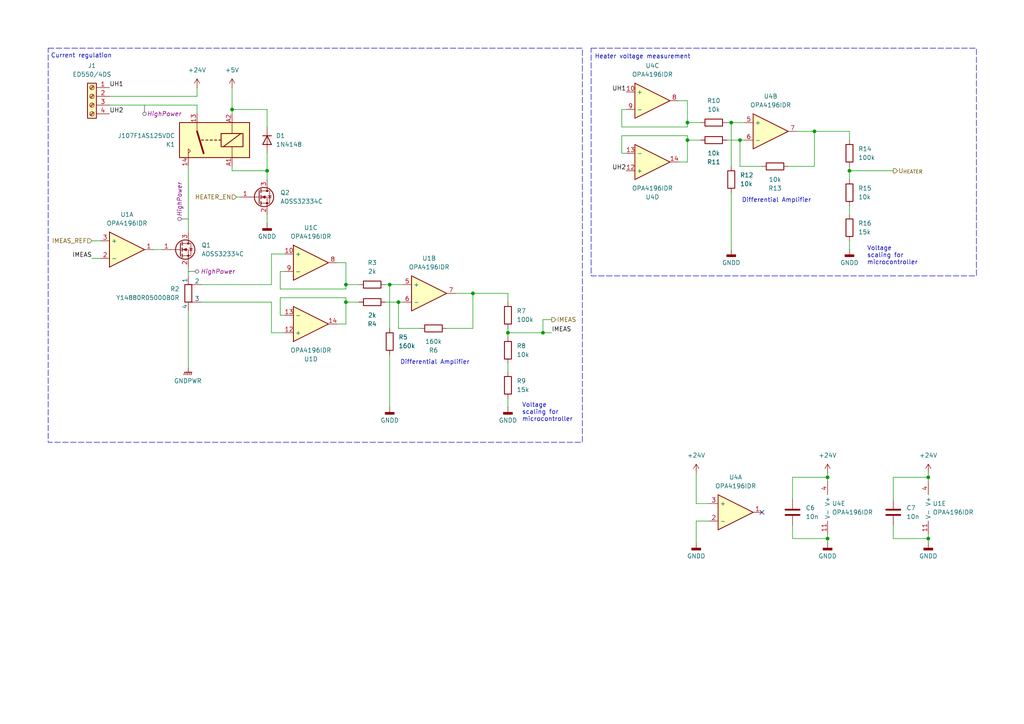
<source format=kicad_sch>
(kicad_sch (version 20231120) (generator "eeschema") (generator_version "8.0")
  (paper "A4")
  (title_block (title "Reflow Soldering Hot Plate Driver") (date "2024-07-30") (rev "v1.0.0"))
  (lib_symbols
    (symbol "Connector:Screw_Terminal_01x04" (pin_names (offset 1.016) hide)
      (property "Reference" "J" (at 0 5.08 0))
      (property "Value" "Screw_Terminal_01x04" (at 0 -7.62 0))
      (symbol "Screw_Terminal_01x04_1_1"
        (rectangle (start -1.27 3.81) (end 1.27 -6.35) (stroke (width 0.254)) (fill (type background)))
        (circle (center 0 -5.08) (radius 0.635) (stroke (width 0.1524)))
        (circle (center 0 -2.54) (radius 0.635) (stroke (width 0.1524)))
        (polyline (pts (xy -0.5334 -4.7498) (xy 0.3302 -5.588)) (stroke (width 0.1524)))
        (polyline (pts (xy -0.5334 -2.2098) (xy 0.3302 -3.048)) (stroke (width 0.1524)))
        (polyline (pts (xy -0.5334 0.3302) (xy 0.3302 -0.508)) (stroke (width 0.1524)))
        (polyline (pts (xy -0.5334 2.8702) (xy 0.3302 2.032)) (stroke (width 0.1524)))
        (polyline (pts (xy -0.3556 -4.572) (xy 0.508 -5.4102)) (stroke (width 0.1524)))
        (polyline (pts (xy -0.3556 -2.032) (xy 0.508 -2.8702)) (stroke (width 0.1524)))
        (polyline (pts (xy -0.3556 0.508) (xy 0.508 -0.3302)) (stroke (width 0.1524)))
        (polyline (pts (xy -0.3556 3.048) (xy 0.508 2.2098)) (stroke (width 0.1524)))
        (circle (center 0 0) (radius 0.635) (stroke (width 0.1524)))
        (circle (center 0 2.54) (radius 0.635) (stroke (width 0.1524)))
        (pin passive line (at -5.08 2.54 0) (length 3.81) (name "Pin_1") (number "1"))
        (pin passive line (at -5.08 0 0) (length 3.81) (name "Pin_2") (number "2"))
        (pin passive line (at -5.08 -2.54 0) (length 3.81) (name "Pin_3") (number "3"))
        (pin passive line (at -5.08 -5.08 0) (length 3.81) (name "Pin_4") (number "4"))
      )
    )
    (symbol "Device:C" (pin_numbers hide) (pin_names (offset 0.254))
      (property "Reference" "C" (at 0.635 2.54 0))
      (property "Value" "C" (at 0.635 -2.54 0))
      (symbol "C_0_1"
        (polyline (pts (xy -2.032 -0.762) (xy 2.032 -0.762)) (stroke (width 0.508)))
        (polyline (pts (xy -2.032 0.762) (xy 2.032 0.762)) (stroke (width 0.508)))
      )
      (symbol "C_1_1"
        (pin passive line (at 0 3.81 270) (length 2.794) (name "~") (number "1"))
        (pin passive line (at 0 -3.81 90) (length 2.794) (name "~") (number "2"))
      )
    )
    (symbol "Device:Opamp_Quad"
      (property "Reference" "U" (at 0 5.08 0))
      (property "Value" "Opamp_Quad" (at 0 -5.08 0))
      (symbol "Opamp_Quad_1_1"
        (polyline (pts (xy -5.08 5.08) (xy 5.08 0) (xy -5.08 -5.08) (xy -5.08 5.08)) (stroke (width 0.254)) (fill (type background)))
        (pin output line (at 7.62 0 180) (length 2.54) (name "~") (number "1"))
        (pin input line (at -7.62 -2.54 0) (length 2.54) (name "-") (number "2"))
        (pin input line (at -7.62 2.54 0) (length 2.54) (name "+") (number "3"))
      )
      (symbol "Opamp_Quad_2_1"
        (polyline (pts (xy -5.08 5.08) (xy 5.08 0) (xy -5.08 -5.08) (xy -5.08 5.08)) (stroke (width 0.254)) (fill (type background)))
        (pin input line (at -7.62 2.54 0) (length 2.54) (name "+") (number "5"))
        (pin input line (at -7.62 -2.54 0) (length 2.54) (name "-") (number "6"))
        (pin output line (at 7.62 0 180) (length 2.54) (name "~") (number "7"))
      )
      (symbol "Opamp_Quad_3_1"
        (polyline (pts (xy -5.08 5.08) (xy 5.08 0) (xy -5.08 -5.08) (xy -5.08 5.08)) (stroke (width 0.254)) (fill (type background)))
        (pin input line (at -7.62 2.54 0) (length 2.54) (name "+") (number "10"))
        (pin output line (at 7.62 0 180) (length 2.54) (name "~") (number "8"))
        (pin input line (at -7.62 -2.54 0) (length 2.54) (name "-") (number "9"))
      )
      (symbol "Opamp_Quad_4_1"
        (polyline (pts (xy -5.08 5.08) (xy 5.08 0) (xy -5.08 -5.08) (xy -5.08 5.08)) (stroke (width 0.254)) (fill (type background)))
        (pin input line (at -7.62 2.54 0) (length 2.54) (name "+") (number "12"))
        (pin input line (at -7.62 -2.54 0) (length 2.54) (name "-") (number "13"))
        (pin output line (at 7.62 0 180) (length 2.54) (name "~") (number "14"))
      )
      (symbol "Opamp_Quad_5_1"
        (pin power_in line (at -2.54 -7.62 90) (length 3.81) (name "V-") (number "11"))
        (pin power_in line (at -2.54 7.62 270) (length 3.81) (name "V+") (number "4"))
      )
    )
    (symbol "Device:Q_NMOS_GSD" (pin_names (offset 0) hide)
      (property "Reference" "Q" (at 5.08 1.27 0))
      (property "Value" "Q_NMOS_GSD" (at 5.08 -1.27 0))
      (symbol "Q_NMOS_GSD_0_1"
        (polyline (pts (xy 0.254 0) (xy -2.54 0)))
        (polyline (pts (xy 0.254 1.905) (xy 0.254 -1.905)) (stroke (width 0.254)))
        (polyline (pts (xy 0.762 -1.27) (xy 0.762 -2.286)) (stroke (width 0.254)))
        (polyline (pts (xy 0.762 0.508) (xy 0.762 -0.508)) (stroke (width 0.254)))
        (polyline (pts (xy 0.762 2.286) (xy 0.762 1.27)) (stroke (width 0.254)))
        (polyline (pts (xy 2.54 2.54) (xy 2.54 1.778)))
        (polyline (pts (xy 2.54 -2.54) (xy 2.54 0) (xy 0.762 0)))
        (polyline (pts (xy 0.762 -1.778) (xy 3.302 -1.778) (xy 3.302 1.778) (xy 0.762 1.778)))
        (polyline (pts (xy 1.016 0) (xy 2.032 0.381) (xy 2.032 -0.381) (xy 1.016 0)) (fill (type outline)))
        (polyline (pts (xy 2.794 0.508) (xy 2.921 0.381) (xy 3.683 0.381) (xy 3.81 0.254)))
        (polyline (pts (xy 3.302 0.381) (xy 2.921 -0.254) (xy 3.683 -0.254) (xy 3.302 0.381)))
        (circle (center 1.651 0) (radius 2.794) (stroke (width 0.254)))
        (circle (center 2.54 -1.778) (radius 0.254) (fill (type outline)))
        (circle (center 2.54 1.778) (radius 0.254) (fill (type outline)))
      )
      (symbol "Q_NMOS_GSD_1_1"
        (pin input line (at -5.08 0 0) (length 2.54) (name "G") (number "1"))
        (pin passive line (at 2.54 -5.08 90) (length 2.54) (name "S") (number "2"))
        (pin passive line (at 2.54 5.08 270) (length 2.54) (name "D") (number "3"))
      )
    )
    (symbol "Device:R" (pin_numbers hide) (pin_names (offset 0))
      (property "Reference" "R" (at 2.032 0 90))
      (property "Value" "R" (at 0 0 90))
      (symbol "R_0_1"
        (rectangle (start -1.016 -2.54) (end 1.016 2.54) (stroke (width 0.254)))
      )
      (symbol "R_1_1"
        (pin passive line (at 0 3.81 270) (length 1.27) (name "~") (number "1"))
        (pin passive line (at 0 -3.81 90) (length 1.27) (name "~") (number "2"))
      )
    )
    (symbol "Device:R_Shunt" (pin_numbers hide) (pin_names (offset 0))
      (property "Reference" "R" (at -4.445 0 90))
      (property "Value" "R_Shunt" (at -2.54 0 90))
      (symbol "R_Shunt_0_1"
        (rectangle (start -1.016 -2.54) (end 1.016 2.54) (stroke (width 0.254)))
        (polyline (pts (xy 0 -2.54) (xy 1.27 -2.54)))
        (polyline (pts (xy 1.27 2.54) (xy 0 2.54)))
      )
      (symbol "R_Shunt_1_1"
        (pin passive line (at 0 5.08 270) (length 2.54) (name "1") (number "1"))
        (pin passive line (at 3.81 2.54 180) (length 2.54) (name "2") (number "2"))
        (pin passive line (at 3.81 -2.54 180) (length 2.54) (name "3") (number "3"))
        (pin passive line (at 0 -5.08 90) (length 2.54) (name "4") (number "4"))
      )
    )
    (symbol "Diode:1N4148" (pin_numbers hide) (pin_names hide)
      (property "Reference" "D" (at 0 2.54 0))
      (property "Value" "1N4148" (at 0 -2.54 0))
      (symbol "1N4148_0_1"
        (polyline (pts (xy -1.27 1.27) (xy -1.27 -1.27)) (stroke (width 0.254)))
        (polyline (pts (xy 1.27 0) (xy -1.27 0)))
        (polyline (pts (xy 1.27 1.27) (xy 1.27 -1.27) (xy -1.27 0) (xy 1.27 1.27)) (stroke (width 0.254)))
      )
      (symbol "1N4148_1_1"
        (pin passive line (at -3.81 0 0) (length 2.54) (name "K") (number "1"))
        (pin passive line (at 3.81 0 180) (length 2.54) (name "A") (number "2"))
      )
    )
    (symbol "Relay:Relay_SPST-NO"
      (property "Reference" "K" (at 11.43 3.81 0))
      (property "Value" "Relay_SPST-NO" (at 11.43 1.27 0))
      (symbol "Relay_SPST-NO_0_0"
        (polyline (pts (xy 7.62 5.08) (xy 7.62 2.54) (xy 6.985 3.175) (xy 7.62 3.81)))
      )
      (symbol "Relay_SPST-NO_0_1"
        (rectangle (start -10.16 5.08) (end 10.16 -5.08) (stroke (width 0.254)) (fill (type background)))
        (rectangle (start -8.255 1.905) (end -1.905 -1.905) (stroke (width 0.254)))
        (polyline (pts (xy -7.62 -1.905) (xy -2.54 1.905)) (stroke (width 0.254)))
        (polyline (pts (xy -5.08 -5.08) (xy -5.08 -1.905)))
        (polyline (pts (xy -5.08 5.08) (xy -5.08 1.905)))
        (polyline (pts (xy -1.905 0) (xy -1.27 0)) (stroke (width 0.254)))
        (polyline (pts (xy -0.635 0) (xy 0 0)) (stroke (width 0.254)))
        (polyline (pts (xy 0.635 0) (xy 1.27 0)) (stroke (width 0.254)))
        (polyline (pts (xy 1.905 0) (xy 2.54 0)) (stroke (width 0.254)))
        (polyline (pts (xy 3.175 0) (xy 3.81 0)) (stroke (width 0.254)))
        (polyline (pts (xy 5.08 -2.54) (xy 3.175 3.81)) (stroke (width 0.508)))
        (polyline (pts (xy 5.08 -2.54) (xy 5.08 -5.08)))
      )
      (symbol "Relay_SPST-NO_1_1"
        (pin passive line (at 5.08 -7.62 90) (length 2.54) (name "~") (number "13"))
        (pin passive line (at 7.62 7.62 270) (length 2.54) (name "~") (number "14"))
        (pin passive line (at -5.08 7.62 270) (length 2.54) (name "~") (number "A1"))
        (pin passive line (at -5.08 -7.62 90) (length 2.54) (name "~") (number "A2"))
      )
    )
    (symbol "power:+24V" (power) (pin_numbers hide) (pin_names (offset 0) hide)
      (property "Value" "+24V" (at 0 3.556 0))
      (symbol "+24V_0_1"
        (polyline (pts (xy -0.762 1.27) (xy 0 2.54)))
        (polyline (pts (xy 0 0) (xy 0 2.54)))
        (polyline (pts (xy 0 2.54) (xy 0.762 1.27)))
      )
      (symbol "+24V_1_1"
        (pin power_in line (at 0 0 90) (length 0) (name "~") (number "1"))
      )
    )
    (symbol "power:+5V" (power) (pin_numbers hide) (pin_names (offset 0) hide)
      (property "Value" "+5V" (at 0 3.556 0))
      (symbol "+5V_0_1"
        (polyline (pts (xy -0.762 1.27) (xy 0 2.54)))
        (polyline (pts (xy 0 0) (xy 0 2.54)))
        (polyline (pts (xy 0 2.54) (xy 0.762 1.27)))
      )
      (symbol "+5V_1_1"
        (pin power_in line (at 0 0 90) (length 0) (name "~") (number "1"))
      )
    )
    (symbol "power:GNDD" (power) (pin_numbers hide) (pin_names (offset 0) hide)
      (property "Value" "GNDD" (at 0 -3.175 0))
      (symbol "GNDD_0_1"
        (rectangle (start -1.27 -1.524) (end 1.27 -2.032) (stroke (width 0.254)) (fill (type outline)))
        (polyline (pts (xy 0 0) (xy 0 -1.524)))
      )
      (symbol "GNDD_1_1"
        (pin power_in line (at 0 0 270) (length 0) (name "~") (number "1"))
      )
    )
    (symbol "power:GNDPWR" (power) (pin_numbers hide) (pin_names (offset 0) hide)
      (property "Value" "GNDPWR" (at 0 -3.302 0))
      (symbol "GNDPWR_0_1"
        (polyline (pts (xy 0 -1.27) (xy 0 0)))
        (polyline (pts (xy -1.016 -1.27) (xy -1.27 -2.032) (xy -1.27 -2.032)) (stroke (width 0.2032)))
        (polyline (pts (xy -0.508 -1.27) (xy -0.762 -2.032) (xy -0.762 -2.032)) (stroke (width 0.2032)))
        (polyline (pts (xy 0 -1.27) (xy -0.254 -2.032) (xy -0.254 -2.032)) (stroke (width 0.2032)))
        (polyline (pts (xy 0.508 -1.27) (xy 0.254 -2.032) (xy 0.254 -2.032)) (stroke (width 0.2032)))
        (polyline (pts (xy 1.016 -1.27) (xy -1.016 -1.27) (xy -1.016 -1.27)) (stroke (width 0.2032)))
        (polyline (pts (xy 1.016 -1.27) (xy 0.762 -2.032) (xy 0.762 -2.032) (xy 0.762 -2.032)) (stroke (width 0.2032)))
      )
      (symbol "GNDPWR_1_1"
        (pin power_in line (at 0 0 270) (length 0) (name "~") (number "1"))
      )
    )
  )
  (junction (at 246.38 49.53))
  (junction (at 269.24 156.21))
  (junction (at 240.03 156.21))
  (junction (at 147.32 96.52))
  (junction (at 113.03 82.55))
  (junction (at 214.63 40.64))
  (junction (at 100.33 82.55))
  (junction (at 100.33 87.63))
  (junction (at 212.09 35.56))
  (junction (at 157.48 96.52))
  (junction (at 199.39 40.64))
  (junction (at 67.31 31.75))
  (junction (at 236.22 38.1))
  (junction (at 137.16 85.09))
  (junction (at 115.57 87.63))
  (junction (at 269.24 138.43))
  (junction (at 240.03 138.43))
  (junction (at 199.39 35.56))
  (junction (at 77.47 49.53))
  (no_connect (at 220.98 148.59))
  (wire (pts (xy 58.42 82.55) (xy 78.74 82.55)))
  (wire (pts (xy 132.08 85.09) (xy 137.16 85.09)))
  (wire (pts (xy 147.32 96.52) (xy 157.48 96.52)))
  (wire (pts (xy 78.74 96.52) (xy 82.55 96.52)))
  (wire (pts (xy 199.39 39.37) (xy 199.39 40.64)))
  (wire (pts (xy 100.33 87.63) (xy 104.14 87.63)))
  (wire (pts (xy 54.61 48.26) (xy 54.61 67.31)))
  (wire (pts (xy 78.74 73.66) (xy 82.55 73.66)))
  (wire (pts (xy 214.63 40.64) (xy 215.9 40.64)))
  (wire (pts (xy 97.79 93.98) (xy 100.33 93.98)))
  (wire (pts (xy 58.42 87.63) (xy 78.74 87.63)))
  (wire (pts (xy 147.32 115.57) (xy 147.32 118.11)))
  (wire (pts (xy 240.03 154.94) (xy 240.03 156.21)))
  (wire (pts (xy 81.28 91.44) (xy 81.28 86.36)))
  (wire (pts (xy 229.87 156.21) (xy 240.03 156.21)))
  (wire (pts (xy 269.24 156.21) (xy 269.24 157.48)))
  (wire (pts (xy 157.48 96.52) (xy 160.02 96.52)))
  (wire (pts (xy 57.15 30.48) (xy 57.15 33.02)))
  (wire (pts (xy 44.45 72.39) (xy 46.99 72.39)))
  (wire (pts (xy 180.34 44.45) (xy 180.34 39.37)))
  (wire (pts (xy 210.82 40.64) (xy 214.63 40.64)))
  (wire (pts (xy 147.32 96.52) (xy 147.32 97.79)))
  (wire (pts (xy 231.14 38.1) (xy 236.22 38.1)))
  (wire (pts (xy 240.03 138.43) (xy 240.03 139.7)))
  (wire (pts (xy 115.57 87.63) (xy 116.84 87.63)))
  (wire (pts (xy 240.03 156.21) (xy 240.03 157.48)))
  (wire (pts (xy 54.61 77.47) (xy 54.61 80.01)))
  (wire (pts (xy 269.24 137.16) (xy 269.24 138.43)))
  (wire (pts (xy 240.03 137.16) (xy 240.03 138.43)))
  (wire (pts (xy 212.09 35.56) (xy 215.9 35.56)))
  (wire (pts (xy 77.47 49.53) (xy 77.47 52.07)))
  (wire (pts (xy 201.93 151.13) (xy 201.93 157.48)))
  (wire (pts (xy 100.33 82.55) (xy 100.33 76.2)))
  (wire (pts (xy 81.28 78.74) (xy 82.55 78.74)))
  (wire (pts (xy 199.39 36.83) (xy 199.39 35.56)))
  (wire (pts (xy 180.34 31.75) (xy 181.61 31.75)))
  (wire (pts (xy 81.28 83.82) (xy 100.33 83.82)))
  (wire (pts (xy 246.38 38.1) (xy 246.38 40.64)))
  (wire (pts (xy 246.38 59.69) (xy 246.38 62.23)))
  (wire (pts (xy 77.47 44.45) (xy 77.47 49.53)))
  (wire (pts (xy 113.03 102.87) (xy 113.03 118.11)))
  (wire (pts (xy 269.24 154.94) (xy 269.24 156.21)))
  (wire (pts (xy 129.54 95.25) (xy 137.16 95.25)))
  (wire (pts (xy 31.75 30.48) (xy 57.15 30.48)))
  (wire (pts (xy 269.24 138.43) (xy 269.24 139.7)))
  (wire (pts (xy 137.16 95.25) (xy 137.16 85.09)))
  (wire (pts (xy 147.32 105.41) (xy 147.32 107.95)))
  (wire (pts (xy 78.74 87.63) (xy 78.74 96.52)))
  (wire (pts (xy 201.93 137.16) (xy 201.93 146.05)))
  (wire (pts (xy 111.76 87.63) (xy 115.57 87.63)))
  (wire (pts (xy 113.03 82.55) (xy 116.84 82.55)))
  (wire (pts (xy 246.38 69.85) (xy 246.38 72.39)))
  (wire (pts (xy 77.47 36.83) (xy 77.47 31.75)))
  (wire (pts (xy 54.61 90.17) (xy 54.61 106.68)))
  (wire (pts (xy 26.67 74.93) (xy 29.21 74.93)))
  (wire (pts (xy 259.08 138.43) (xy 269.24 138.43)))
  (wire (pts (xy 259.08 144.78) (xy 259.08 138.43)))
  (wire (pts (xy 147.32 85.09) (xy 147.32 87.63)))
  (wire (pts (xy 77.47 62.23) (xy 77.47 64.77)))
  (wire (pts (xy 199.39 35.56) (xy 199.39 29.21)))
  (wire (pts (xy 205.74 151.13) (xy 201.93 151.13)))
  (wire (pts (xy 67.31 25.4) (xy 67.31 31.75)))
  (wire (pts (xy 67.31 49.53) (xy 67.31 48.26)))
  (wire (pts (xy 67.31 31.75) (xy 77.47 31.75)))
  (wire (pts (xy 67.31 49.53) (xy 77.47 49.53)))
  (wire (pts (xy 180.34 39.37) (xy 199.39 39.37)))
  (wire (pts (xy 246.38 48.26) (xy 246.38 49.53)))
  (wire (pts (xy 212.09 55.88) (xy 212.09 72.39)))
  (wire (pts (xy 199.39 35.56) (xy 203.2 35.56)))
  (wire (pts (xy 229.87 152.4) (xy 229.87 156.21)))
  (wire (pts (xy 259.08 156.21) (xy 269.24 156.21)))
  (wire (pts (xy 220.98 48.26) (xy 214.63 48.26)))
  (wire (pts (xy 121.92 95.25) (xy 115.57 95.25)))
  (wire (pts (xy 180.34 31.75) (xy 180.34 36.83)))
  (wire (pts (xy 100.33 82.55) (xy 104.14 82.55)))
  (wire (pts (xy 78.74 82.55) (xy 78.74 73.66)))
  (wire (pts (xy 100.33 86.36) (xy 100.33 87.63)))
  (wire (pts (xy 236.22 48.26) (xy 236.22 38.1)))
  (wire (pts (xy 180.34 36.83) (xy 199.39 36.83)))
  (wire (pts (xy 199.39 29.21) (xy 196.85 29.21)))
  (wire (pts (xy 214.63 48.26) (xy 214.63 40.64)))
  (wire (pts (xy 68.58 57.15) (xy 69.85 57.15)))
  (wire (pts (xy 81.28 91.44) (xy 82.55 91.44)))
  (wire (pts (xy 212.09 35.56) (xy 212.09 48.26)))
  (wire (pts (xy 160.02 92.71) (xy 157.48 92.71)))
  (wire (pts (xy 67.31 31.75) (xy 67.31 33.02)))
  (wire (pts (xy 201.93 146.05) (xy 205.74 146.05)))
  (wire (pts (xy 210.82 35.56) (xy 212.09 35.56)))
  (wire (pts (xy 115.57 95.25) (xy 115.57 87.63)))
  (wire (pts (xy 229.87 144.78) (xy 229.87 138.43)))
  (wire (pts (xy 196.85 46.99) (xy 199.39 46.99)))
  (wire (pts (xy 111.76 82.55) (xy 113.03 82.55)))
  (wire (pts (xy 157.48 92.71) (xy 157.48 96.52)))
  (wire (pts (xy 81.28 86.36) (xy 100.33 86.36)))
  (wire (pts (xy 57.15 27.94) (xy 31.75 27.94)))
  (wire (pts (xy 100.33 87.63) (xy 100.33 93.98)))
  (wire (pts (xy 26.67 69.85) (xy 29.21 69.85)))
  (wire (pts (xy 246.38 49.53) (xy 259.08 49.53)))
  (wire (pts (xy 81.28 78.74) (xy 81.28 83.82)))
  (wire (pts (xy 259.08 152.4) (xy 259.08 156.21)))
  (wire (pts (xy 57.15 25.4) (xy 57.15 27.94)))
  (wire (pts (xy 199.39 40.64) (xy 199.39 46.99)))
  (wire (pts (xy 147.32 95.25) (xy 147.32 96.52)))
  (wire (pts (xy 100.33 76.2) (xy 97.79 76.2)))
  (wire (pts (xy 236.22 38.1) (xy 246.38 38.1)))
  (wire (pts (xy 199.39 40.64) (xy 203.2 40.64)))
  (wire (pts (xy 228.6 48.26) (xy 236.22 48.26)))
  (wire (pts (xy 229.87 138.43) (xy 240.03 138.43)))
  (wire (pts (xy 113.03 82.55) (xy 113.03 95.25)))
  (wire (pts (xy 246.38 49.53) (xy 246.38 52.07)))
  (wire (pts (xy 100.33 83.82) (xy 100.33 82.55)))
  (wire (pts (xy 137.16 85.09) (xy 147.32 85.09)))
  (wire (pts (xy 180.34 44.45) (xy 181.61 44.45)))
  (rectangle (start 13.97 13.97) (end 168.91 128.27) (stroke (width 0) (type dash)))
  (rectangle (start 171.45 13.97) (end 283.21 80.01) (stroke (width 0) (type dash)))
  (text "Differential Amplifier\n" (at 116.078 104.394 0) (effects (font (size 1.27 1.27)) (justify left top)))
  (text "Current regulation" (at 14.732 15.494 0) (effects (font (size 1.27 1.27)) (justify left top)))
  (text "Heater voltage measurement" (at 172.466 15.748 0) (effects (font (size 1.27 1.27)) (justify left top)))
  (text "Voltage\nscaling for\nmicrocontroller" (at 251.46 71.374 0) (effects (font (size 1.27 1.27)) (justify left top)))
  (text "Differential Amplifier\n" (at 215.138 57.404 0) (effects (font (size 1.27 1.27)) (justify left top)))
  (text "Voltage\nscaling for\nmicrocontroller" (at 151.384 116.84 0) (effects (font (size 1.27 1.27)) (justify left top)))
  (label "IMEAS" (at 26.67 74.93 180))
  (label "IMEAS" (at 160.02 96.52 0))
  (label "UH2" (at 31.75 33.02 0))
  (label "UH1" (at 181.61 26.67 180))
  (label "UH2" (at 181.61 49.53 180))
  (label "UH1" (at 31.75 25.4 0))
  (hierarchical_label "HEATER_EN" (shape input) (at 68.58 57.15 180))
  (hierarchical_label "U_{HEATER}" (shape output) (at 259.08 49.53 0))
  (hierarchical_label "IMEAS" (shape output) (at 160.02 92.71 0))
  (hierarchical_label "IMEAS_REF" (shape input) (at 26.67 69.85 180))
  (netclass_flag "" (length 2.54) (shape round) (at 54.61 63.5 90) (property "Netclass" "HighPower" (at 52.07 62.8015 90) (effects (font (italic yes)) (justify left))))
  (netclass_flag "" (length 2.54) (shape round) (at 41.91 30.48 180) (property "Netclass" "HighPower" (at 42.6085 33.02 0) (effects (font (italic yes)) (justify left))))
  (netclass_flag "" (length 2.54) (shape round) (at 54.61 78.74 270) (property "Netclass" "HighPower" (at 58.166 78.74 0) (effects (font (italic yes)) (justify left))))
  (symbol (lib_id "Device:R") (at 212.09 52.07 0) (unit 1)
    (property "Reference" "R12" (at 214.63 50.7999 0) (effects (justify left)))
    (property "Value" "10k" (at 214.63 53.3399 0) (effects (justify left)))
    (property "Footprint" "Resistor_SMD:R_0805_2012Metric_Pad1.20x1.40mm_HandSolder" (effects (hide yes)))
    (property "Description" "Resistor" (effects (hide yes)))
  )
  (symbol (lib_id "Device:Q_NMOS_GSD") (at 52.07 72.39 0) (unit 1)
    (property "Reference" "Q1" (at 58.42 71.1199 0) (effects (justify left)))
    (property "Value" "AOSS32334C" (at 58.42 73.6599 0) (effects (justify left)))
    (property "Footprint" "Package_TO_SOT_SMD:SOT-23-3" (effects (hide yes)))
    (property "Datasheet" "https://aosmd.com/res/data_sheets/AOSS32334C.pdf" (effects (hide yes)))
    (property "Description" "N-MOSFET transistor, gate/source/drain" (effects (hide yes)))
  )
  (symbol (lib_id "power:+24V") (at 269.24 137.16 0) (unit 1)
    (property "Reference" "#PWR019" (effects (hide yes)))
    (property "Value" "+24V" (at 269.24 132.08 0))
    (property "Description" "Power symbol creates a global label with name \"+24V\"" (effects (hide yes)))
  )
  (symbol (lib_id "Device:R") (at 147.32 91.44 0) (unit 1)
    (property "Reference" "R7" (at 149.86 90.1699 0) (effects (justify left)))
    (property "Value" "100k" (at 149.86 92.7099 0) (effects (justify left)))
    (property "Footprint" "Resistor_SMD:R_0805_2012Metric_Pad1.20x1.40mm_HandSolder" (effects (hide yes)))
    (property "Description" "Resistor" (effects (hide yes)))
  )
  (symbol (lib_id "Device:C") (at 229.87 148.59 0) (unit 1)
    (property "Reference" "C6" (at 233.68 147.3199 0) (effects (justify left)))
    (property "Value" "10n" (at 233.68 149.8599 0) (effects (justify left)))
    (property "Footprint" "Capacitor_SMD:C_0805_2012Metric_Pad1.18x1.45mm_HandSolder" (effects (hide yes)))
    (property "Description" "Unpolarized capacitor" (effects (hide yes)))
  )
  (symbol (lib_id "Device:C") (at 259.08 148.59 0) (unit 1)
    (property "Reference" "C7" (at 262.89 147.3199 0) (effects (justify left)))
    (property "Value" "10n" (at 262.89 149.8599 0) (effects (justify left)))
    (property "Footprint" "Capacitor_SMD:C_0805_2012Metric_Pad1.18x1.45mm_HandSolder" (effects (hide yes)))
    (property "Description" "Unpolarized capacitor" (effects (hide yes)))
  )
  (symbol (lib_id "Diode:1N4148") (at 77.47 40.64 270) (unit 1)
    (property "Reference" "D1" (at 80.01 39.3699 90) (effects (justify left)))
    (property "Value" "1N4148" (at 80.01 41.9099 90) (effects (justify left)))
    (property "Footprint" "Diode_THT:D_DO-35_SOD27_P7.62mm_Horizontal" (effects (hide yes)))
    (property "Datasheet" "https://assets.nexperia.com/documents/data-sheet/1N4148_1N4448.pdf" (effects (hide yes)))
    (property "Description" "100V 0.15A standard switching diode, DO-35" (effects (hide yes)))
    (property "Sim.Device" "D" (effects (hide yes)))
    (property "Sim.Pins" "1=K 2=A" (effects (hide yes)))
  )
  (symbol (lib_id "Device:Opamp_Quad") (at 213.36 148.59 0) (unit 1)
    (property "Reference" "U4" (at 213.36 138.43 0))
    (property "Value" "OPA4196IDR" (at 213.36 140.97 0))
    (property "Footprint" "Package_SO:SOIC-14_3.9x8.7mm_P1.27mm" (effects (hide yes)))
    (property "Datasheet" "https://www.ti.com/general/docs/suppproductinfo.tsp?distId=10&gotoUrl=https%3A%2F%2Fwww.ti.com%2Flit%2Fgpn%2Fopa196" (effects (hide yes)))
    (property "Description" "Quad operational amplifier" (effects (hide yes)))
    (property "Sim.Library" "${KICAD7_SYMBOL_DIR}/Simulation_SPICE.sp" (effects (hide yes)))
    (property "Sim.Name" "kicad_builtin_opamp_quad" (effects (hide yes)))
    (property "Sim.Device" "SUBCKT" (effects (hide yes)))
    (property "Sim.Pins" "1=out1 2=in1- 3=in1+ 4=vcc 5=in2+ 6=in2- 7=out2 8=out3 9=in3- 10=in3+ 11=vee 12=in4+ 13=in4- 14=out4" (effects (hide yes)))
  )
  (symbol (lib_id "power:GNDD") (at 201.93 157.48 0) (unit 1)
    (property "Reference" "#PWR08" (effects (hide yes)))
    (property "Value" "GNDD" (at 201.93 161.29 0))
    (property "Description" "Power symbol creates a global label with name \"GNDD\" , digital ground" (effects (hide yes)))
  )
  (symbol (lib_id "power:+24V") (at 240.03 137.16 0) (unit 1)
    (property "Reference" "#PWR016" (effects (hide yes)))
    (property "Value" "+24V" (at 240.03 132.08 0))
    (property "Description" "Power symbol creates a global label with name \"+24V\"" (effects (hide yes)))
  )
  (symbol (lib_id "power:+24V") (at 201.93 137.16 0) (unit 1)
    (property "Reference" "#PWR037" (effects (hide yes)))
    (property "Value" "+24V" (at 201.93 132.08 0))
    (property "Description" "Power symbol creates a global label with name \"+24V\"" (effects (hide yes)))
  )
  (symbol (lib_id "Device:Opamp_Quad") (at 242.57 147.32 0) (unit 5)
    (property "Reference" "U4" (at 241.3 146.0499 0) (effects (justify left)))
    (property "Value" "OPA4196IDR" (at 241.3 148.5899 0) (effects (justify left)))
    (property "Footprint" "Package_SO:SOIC-14_3.9x8.7mm_P1.27mm" (effects (hide yes)))
    (property "Datasheet" "https://www.ti.com/general/docs/suppproductinfo.tsp?distId=10&gotoUrl=https%3A%2F%2Fwww.ti.com%2Flit%2Fgpn%2Fopa196" (effects (hide yes)))
    (property "Description" "Quad operational amplifier" (effects (hide yes)))
    (property "Sim.Library" "${KICAD7_SYMBOL_DIR}/Simulation_SPICE.sp" (effects (hide yes)))
    (property "Sim.Name" "kicad_builtin_opamp_quad" (effects (hide yes)))
    (property "Sim.Device" "SUBCKT" (effects (hide yes)))
    (property "Sim.Pins" "1=out1 2=in1- 3=in1+ 4=vcc 5=in2+ 6=in2- 7=out2 8=out3 9=in3- 10=in3+ 11=vee 12=in4+ 13=in4- 14=out4" (effects (hide yes)))
  )
  (symbol (lib_id "Device:R") (at 125.73 95.25 90) (mirror x) (unit 1)
    (property "Reference" "R6" (at 125.73 101.6 90))
    (property "Value" "160k" (at 125.73 99.06 90))
    (property "Footprint" "Resistor_SMD:R_0805_2012Metric_Pad1.20x1.40mm_HandSolder" (effects (hide yes)))
    (property "Description" "Resistor" (effects (hide yes)))
  )
  (symbol (lib_id "power:+5V") (at 67.31 25.4 0) (unit 1)
    (property "Reference" "#PWR04" (effects (hide yes)))
    (property "Value" "+5V" (at 67.31 20.32 0))
    (property "Description" "Power symbol creates a global label with name \"+5V\"" (effects (hide yes)))
  )
  (symbol (lib_id "power:GNDD") (at 77.47 64.77 0) (unit 1)
    (property "Reference" "#PWR05" (effects (hide yes)))
    (property "Value" "GNDD" (at 77.47 68.58 0))
    (property "Description" "Power symbol creates a global label with name \"GNDD\" , digital ground" (effects (hide yes)))
  )
  (symbol (lib_id "Device:Opamp_Quad") (at 223.52 38.1 0) (unit 2)
    (property "Reference" "U4" (at 223.52 27.94 0))
    (property "Value" "OPA4196IDR" (at 223.52 30.48 0))
    (property "Footprint" "Package_SO:SOIC-14_3.9x8.7mm_P1.27mm" (effects (hide yes)))
    (property "Datasheet" "https://www.ti.com/general/docs/suppproductinfo.tsp?distId=10&gotoUrl=https%3A%2F%2Fwww.ti.com%2Flit%2Fgpn%2Fopa196" (effects (hide yes)))
    (property "Description" "Quad operational amplifier" (effects (hide yes)))
    (property "Sim.Library" "${KICAD7_SYMBOL_DIR}/Simulation_SPICE.sp" (effects (hide yes)))
    (property "Sim.Name" "kicad_builtin_opamp_quad" (effects (hide yes)))
    (property "Sim.Device" "SUBCKT" (effects (hide yes)))
    (property "Sim.Pins" "1=out1 2=in1- 3=in1+ 4=vcc 5=in2+ 6=in2- 7=out2 8=out3 9=in3- 10=in3+ 11=vee 12=in4+ 13=in4- 14=out4" (effects (hide yes)))
  )
  (symbol (lib_id "Device:R") (at 246.38 44.45 0) (unit 1)
    (property "Reference" "R14" (at 248.92 43.1799 0) (effects (justify left)))
    (property "Value" "100k" (at 248.92 45.7199 0) (effects (justify left)))
    (property "Footprint" "Resistor_SMD:R_0805_2012Metric_Pad1.20x1.40mm_HandSolder" (effects (hide yes)))
    (property "Description" "Resistor" (effects (hide yes)))
  )
  (symbol (lib_id "power:GNDD") (at 269.24 157.48 0) (unit 1)
    (property "Reference" "#PWR020" (effects (hide yes)))
    (property "Value" "GNDD" (at 269.24 161.29 0))
    (property "Description" "Power symbol creates a global label with name \"GNDD\" , digital ground" (effects (hide yes)))
  )
  (symbol (lib_id "Device:R_Shunt") (at 54.61 85.09 0) (unit 1)
    (property "Reference" "R2" (at 52.07 83.8199 0) (effects (justify right)))
    (property "Value" "Y14880R05000B0R" (at 52.07 86.3599 0) (effects (justify right)))
    (property "Footprint" "Custom_Resistor_SMD:R_Shunt_VFR_Y14880Rxxxxxxxx" (effects (hide yes)))
    (property "Description" "Shunt resistor" (effects (hide yes)))
  )
  (symbol (lib_id "power:GNDD") (at 147.32 118.11 0) (unit 1)
    (property "Reference" "#PWR07" (effects (hide yes)))
    (property "Value" "GNDD" (at 147.32 121.92 0))
    (property "Description" "Power symbol creates a global label with name \"GNDD\" , digital ground" (effects (hide yes)))
  )
  (symbol (lib_id "Device:R") (at 246.38 55.88 0) (unit 1)
    (property "Reference" "R15" (at 248.92 54.6099 0) (effects (justify left)))
    (property "Value" "10k" (at 248.92 57.1499 0) (effects (justify left)))
    (property "Footprint" "Resistor_SMD:R_0805_2012Metric_Pad1.20x1.40mm_HandSolder" (effects (hide yes)))
    (property "Description" "Resistor" (effects (hide yes)))
  )
  (symbol (lib_id "Device:R") (at 107.95 87.63 90) (mirror x) (unit 1)
    (property "Reference" "R4" (at 107.95 93.98 90))
    (property "Value" "2k" (at 107.95 91.44 90))
    (property "Footprint" "Resistor_SMD:R_0805_2012Metric_Pad1.20x1.40mm_HandSolder" (effects (hide yes)))
    (property "Description" "Resistor" (effects (hide yes)))
  )
  (symbol (lib_id "Device:R") (at 207.01 35.56 270) (mirror x) (unit 1)
    (property "Reference" "R10" (at 207.01 29.21 90))
    (property "Value" "10k" (at 207.01 31.75 90))
    (property "Footprint" "Resistor_SMD:R_0805_2012Metric_Pad1.20x1.40mm_HandSolder" (effects (hide yes)))
    (property "Description" "Resistor" (effects (hide yes)))
  )
  (symbol (lib_id "Device:Opamp_Quad") (at 271.78 147.32 0) (unit 5)
    (property "Reference" "U1" (at 270.51 146.0499 0) (effects (justify left)))
    (property "Value" "OPA4196IDR" (at 270.51 148.5899 0) (effects (justify left)))
    (property "Footprint" "Package_SO:SOIC-14_3.9x8.7mm_P1.27mm" (effects (hide yes)))
    (property "Datasheet" "https://www.ti.com/general/docs/suppproductinfo.tsp?distId=10&gotoUrl=https%3A%2F%2Fwww.ti.com%2Flit%2Fgpn%2Fopa196" (effects (hide yes)))
    (property "Description" "Quad operational amplifier" (effects (hide yes)))
    (property "Sim.Library" "${KICAD7_SYMBOL_DIR}/Simulation_SPICE.sp" (effects (hide yes)))
    (property "Sim.Name" "kicad_builtin_opamp_quad" (effects (hide yes)))
    (property "Sim.Device" "SUBCKT" (effects (hide yes)))
    (property "Sim.Pins" "1=out1 2=in1- 3=in1+ 4=vcc 5=in2+ 6=in2- 7=out2 8=out3 9=in3- 10=in3+ 11=vee 12=in4+ 13=in4- 14=out4" (effects (hide yes)))
  )
  (symbol (lib_id "Device:Opamp_Quad") (at 90.17 76.2 0) (unit 3)
    (property "Reference" "U1" (at 90.17 66.04 0))
    (property "Value" "OPA4196IDR" (at 90.17 68.58 0))
    (property "Footprint" "Package_SO:SOIC-14_3.9x8.7mm_P1.27mm" (effects (hide yes)))
    (property "Datasheet" "https://www.ti.com/general/docs/suppproductinfo.tsp?distId=10&gotoUrl=https%3A%2F%2Fwww.ti.com%2Flit%2Fgpn%2Fopa196" (effects (hide yes)))
    (property "Description" "Quad operational amplifier" (effects (hide yes)))
    (property "Sim.Library" "${KICAD7_SYMBOL_DIR}/Simulation_SPICE.sp" (effects (hide yes)))
    (property "Sim.Name" "kicad_builtin_opamp_quad" (effects (hide yes)))
    (property "Sim.Device" "SUBCKT" (effects (hide yes)))
    (property "Sim.Pins" "1=out1 2=in1- 3=in1+ 4=vcc 5=in2+ 6=in2- 7=out2 8=out3 9=in3- 10=in3+ 11=vee 12=in4+ 13=in4- 14=out4" (effects (hide yes)))
  )
  (symbol (lib_id "power:GNDD") (at 246.38 72.39 0) (unit 1)
    (property "Reference" "#PWR018" (effects (hide yes)))
    (property "Value" "GNDD" (at 246.38 76.2 0))
    (property "Description" "Power symbol creates a global label with name \"GNDD\" , digital ground" (effects (hide yes)))
  )
  (symbol (lib_id "power:GNDPWR") (at 54.61 106.68 0) (unit 1)
    (property "Reference" "#PWR02" (effects (hide yes)))
    (property "Value" "GNDPWR" (at 54.483 110.49 0))
    (property "Description" "Power symbol creates a global label with name \"GNDPWR\" , global ground" (effects (hide yes)))
  )
  (symbol (lib_id "Device:Opamp_Quad") (at 90.17 93.98 0) (mirror x) (unit 4)
    (property "Reference" "U1" (at 90.17 104.14 0))
    (property "Value" "OPA4196IDR" (at 90.17 101.6 0))
    (property "Footprint" "Package_SO:SOIC-14_3.9x8.7mm_P1.27mm" (effects (hide yes)))
    (property "Datasheet" "https://www.ti.com/general/docs/suppproductinfo.tsp?distId=10&gotoUrl=https%3A%2F%2Fwww.ti.com%2Flit%2Fgpn%2Fopa196" (effects (hide yes)))
    (property "Description" "Quad operational amplifier" (effects (hide yes)))
    (property "Sim.Library" "${KICAD7_SYMBOL_DIR}/Simulation_SPICE.sp" (effects (hide yes)))
    (property "Sim.Name" "kicad_builtin_opamp_quad" (effects (hide yes)))
    (property "Sim.Device" "SUBCKT" (effects (hide yes)))
    (property "Sim.Pins" "1=out1 2=in1- 3=in1+ 4=vcc 5=in2+ 6=in2- 7=out2 8=out3 9=in3- 10=in3+ 11=vee 12=in4+ 13=in4- 14=out4" (effects (hide yes)))
  )
  (symbol (lib_id "Device:R") (at 207.01 40.64 90) (mirror x) (unit 1)
    (property "Reference" "R11" (at 207.01 46.99 90))
    (property "Value" "10k" (at 207.01 44.45 90))
    (property "Footprint" "Resistor_SMD:R_0805_2012Metric_Pad1.20x1.40mm_HandSolder" (effects (hide yes)))
    (property "Description" "Resistor" (effects (hide yes)))
  )
  (symbol (lib_id "Device:R") (at 246.38 66.04 0) (unit 1)
    (property "Reference" "R16" (at 248.92 64.7699 0) (effects (justify left)))
    (property "Value" "15k" (at 248.92 67.3099 0) (effects (justify left)))
    (property "Footprint" "Resistor_SMD:R_0805_2012Metric_Pad1.20x1.40mm_HandSolder" (effects (hide yes)))
    (property "Description" "Resistor" (effects (hide yes)))
  )
  (symbol (lib_id "Device:Opamp_Quad") (at 189.23 29.21 0) (unit 3)
    (property "Reference" "U4" (at 189.23 19.05 0))
    (property "Value" "OPA4196IDR" (at 189.23 21.59 0))
    (property "Footprint" "Package_SO:SOIC-14_3.9x8.7mm_P1.27mm" (effects (hide yes)))
    (property "Datasheet" "https://www.ti.com/general/docs/suppproductinfo.tsp?distId=10&gotoUrl=https%3A%2F%2Fwww.ti.com%2Flit%2Fgpn%2Fopa196" (effects (hide yes)))
    (property "Description" "Quad operational amplifier" (effects (hide yes)))
    (property "Sim.Library" "${KICAD7_SYMBOL_DIR}/Simulation_SPICE.sp" (effects (hide yes)))
    (property "Sim.Name" "kicad_builtin_opamp_quad" (effects (hide yes)))
    (property "Sim.Device" "SUBCKT" (effects (hide yes)))
    (property "Sim.Pins" "1=out1 2=in1- 3=in1+ 4=vcc 5=in2+ 6=in2- 7=out2 8=out3 9=in3- 10=in3+ 11=vee 12=in4+ 13=in4- 14=out4" (effects (hide yes)))
  )
  (symbol (lib_id "Device:R") (at 224.79 48.26 90) (mirror x) (unit 1)
    (property "Reference" "R13" (at 224.79 54.61 90))
    (property "Value" "10k" (at 224.79 52.07 90))
    (property "Footprint" "Resistor_SMD:R_0805_2012Metric_Pad1.20x1.40mm_HandSolder" (effects (hide yes)))
    (property "Description" "Resistor" (effects (hide yes)))
  )
  (symbol (lib_id "Relay:Relay_SPST-NO") (at 62.23 40.64 180) (unit 1)
    (property "Reference" "K1" (at 50.8 41.9101 0) (effects (justify left)))
    (property "Value" "J107F1AS125VDC" (at 50.8 39.3701 0) (effects (justify left)))
    (property "Footprint" "Custom_Relay_THT:Relay_CIT_J107F1A" (effects (hide yes)))
    (property "Description" "Relay SPST, Normally Open, EN50005" (effects (hide yes)))
  )
  (symbol (lib_id "Device:R") (at 107.95 82.55 270) (mirror x) (unit 1)
    (property "Reference" "R3" (at 107.95 76.2 90))
    (property "Value" "2k" (at 107.95 78.74 90))
    (property "Footprint" "Resistor_SMD:R_0805_2012Metric_Pad1.20x1.40mm_HandSolder" (effects (hide yes)))
    (property "Description" "Resistor" (effects (hide yes)))
  )
  (symbol (lib_id "Device:Q_NMOS_GSD") (at 74.93 57.15 0) (unit 1)
    (property "Reference" "Q2" (at 81.28 55.8799 0) (effects (justify left)))
    (property "Value" "AOSS32334C" (at 81.28 58.4199 0) (effects (justify left)))
    (property "Footprint" "Package_TO_SOT_SMD:SOT-23-3" (effects (hide yes)))
    (property "Datasheet" "https://aosmd.com/res/data_sheets/AOSS32334C.pdf" (effects (hide yes)))
    (property "Description" "N-MOSFET transistor, gate/source/drain" (effects (hide yes)))
  )
  (symbol (lib_id "Device:R") (at 147.32 111.76 0) (unit 1)
    (property "Reference" "R9" (at 149.86 110.4899 0) (effects (justify left)))
    (property "Value" "15k" (at 149.86 113.0299 0) (effects (justify left)))
    (property "Footprint" "Resistor_SMD:R_0805_2012Metric_Pad1.20x1.40mm_HandSolder" (effects (hide yes)))
    (property "Description" "Resistor" (effects (hide yes)))
  )
  (symbol (lib_id "Device:Opamp_Quad") (at 124.46 85.09 0) (unit 2)
    (property "Reference" "U1" (at 124.46 74.93 0))
    (property "Value" "OPA4196IDR" (at 124.46 77.47 0))
    (property "Footprint" "Package_SO:SOIC-14_3.9x8.7mm_P1.27mm" (effects (hide yes)))
    (property "Datasheet" "https://www.ti.com/general/docs/suppproductinfo.tsp?distId=10&gotoUrl=https%3A%2F%2Fwww.ti.com%2Flit%2Fgpn%2Fopa196" (effects (hide yes)))
    (property "Description" "Quad operational amplifier" (effects (hide yes)))
    (property "Sim.Library" "${KICAD7_SYMBOL_DIR}/Simulation_SPICE.sp" (effects (hide yes)))
    (property "Sim.Name" "kicad_builtin_opamp_quad" (effects (hide yes)))
    (property "Sim.Device" "SUBCKT" (effects (hide yes)))
    (property "Sim.Pins" "1=out1 2=in1- 3=in1+ 4=vcc 5=in2+ 6=in2- 7=out2 8=out3 9=in3- 10=in3+ 11=vee 12=in4+ 13=in4- 14=out4" (effects (hide yes)))
  )
  (symbol (lib_id "Device:Opamp_Quad") (at 189.23 46.99 0) (mirror x) (unit 4)
    (property "Reference" "U4" (at 189.23 57.15 0))
    (property "Value" "OPA4196IDR" (at 189.23 54.61 0))
    (property "Footprint" "Package_SO:SOIC-14_3.9x8.7mm_P1.27mm" (effects (hide yes)))
    (property "Datasheet" "https://www.ti.com/general/docs/suppproductinfo.tsp?distId=10&gotoUrl=https%3A%2F%2Fwww.ti.com%2Flit%2Fgpn%2Fopa196" (effects (hide yes)))
    (property "Description" "Quad operational amplifier" (effects (hide yes)))
    (property "Sim.Library" "${KICAD7_SYMBOL_DIR}/Simulation_SPICE.sp" (effects (hide yes)))
    (property "Sim.Name" "kicad_builtin_opamp_quad" (effects (hide yes)))
    (property "Sim.Device" "SUBCKT" (effects (hide yes)))
    (property "Sim.Pins" "1=out1 2=in1- 3=in1+ 4=vcc 5=in2+ 6=in2- 7=out2 8=out3 9=in3- 10=in3+ 11=vee 12=in4+ 13=in4- 14=out4" (effects (hide yes)))
  )
  (symbol (lib_id "Device:R") (at 147.32 101.6 0) (unit 1)
    (property "Reference" "R8" (at 149.86 100.3299 0) (effects (justify left)))
    (property "Value" "10k" (at 149.86 102.8699 0) (effects (justify left)))
    (property "Footprint" "Resistor_SMD:R_0805_2012Metric_Pad1.20x1.40mm_HandSolder" (effects (hide yes)))
    (property "Description" "Resistor" (effects (hide yes)))
  )
  (symbol (lib_id "Connector:Screw_Terminal_01x04") (at 26.67 27.94 0) (mirror y) (unit 1)
    (property "Reference" "J1" (at 26.67 19.05 0))
    (property "Value" "ED550/4DS" (at 26.67 21.59 0))
    (property "Footprint" "Custom_TerminalBlock_OnShore:TerminalBlock_OnShore_ED550_4DS" (effects (hide yes)))
    (property "Description" "Generic screw terminal, single row, 01x04, script generated (kicad-library-utils/schlib/autogen/connector/)" (effects (hide yes)))
  )
  (symbol (lib_id "power:GNDD") (at 240.03 157.48 0) (unit 1)
    (property "Reference" "#PWR017" (effects (hide yes)))
    (property "Value" "GNDD" (at 240.03 161.29 0))
    (property "Description" "Power symbol creates a global label with name \"GNDD\" , digital ground" (effects (hide yes)))
  )
  (symbol (lib_id "Device:Opamp_Quad") (at 36.83 72.39 0) (unit 1)
    (property "Reference" "U1" (at 36.83 62.23 0))
    (property "Value" "OPA4196IDR" (at 36.83 64.77 0))
    (property "Footprint" "Package_SO:SOIC-14_3.9x8.7mm_P1.27mm" (effects (hide yes)))
    (property "Datasheet" "https://www.ti.com/general/docs/suppproductinfo.tsp?distId=10&gotoUrl=https%3A%2F%2Fwww.ti.com%2Flit%2Fgpn%2Fopa196" (effects (hide yes)))
    (property "Description" "Quad operational amplifier" (effects (hide yes)))
    (property "Sim.Library" "${KICAD7_SYMBOL_DIR}/Simulation_SPICE.sp" (effects (hide yes)))
    (property "Sim.Name" "kicad_builtin_opamp_quad" (effects (hide yes)))
    (property "Sim.Device" "SUBCKT" (effects (hide yes)))
    (property "Sim.Pins" "1=out1 2=in1- 3=in1+ 4=vcc 5=in2+ 6=in2- 7=out2 8=out3 9=in3- 10=in3+ 11=vee 12=in4+ 13=in4- 14=out4" (effects (hide yes)))
  )
  (symbol (lib_id "power:GNDD") (at 113.03 118.11 0) (unit 1)
    (property "Reference" "#PWR06" (effects (hide yes)))
    (property "Value" "GNDD" (at 113.03 121.92 0))
    (property "Description" "Power symbol creates a global label with name \"GNDD\" , digital ground" (effects (hide yes)))
  )
  (symbol (lib_id "power:GNDD") (at 212.09 72.39 0) (unit 1)
    (property "Reference" "#PWR015" (effects (hide yes)))
    (property "Value" "GNDD" (at 212.09 76.2 0))
    (property "Description" "Power symbol creates a global label with name \"GNDD\" , digital ground" (effects (hide yes)))
  )
  (symbol (lib_id "power:+24V") (at 57.15 25.4 0) (unit 1)
    (property "Reference" "#PWR03" (effects (hide yes)))
    (property "Value" "+24V" (at 57.15 20.32 0))
    (property "Description" "Power symbol creates a global label with name \"+24V\"" (effects (hide yes)))
  )
  (symbol (lib_id "Device:R") (at 113.03 99.06 0) (unit 1)
    (property "Reference" "R5" (at 115.57 97.7899 0) (effects (justify left)))
    (property "Value" "160k" (at 115.57 100.3299 0) (effects (justify left)))
    (property "Footprint" "Resistor_SMD:R_0805_2012Metric_Pad1.20x1.40mm_HandSolder" (effects (hide yes)))
    (property "Description" "Resistor" (effects (hide yes)))
  )
)
</source>
